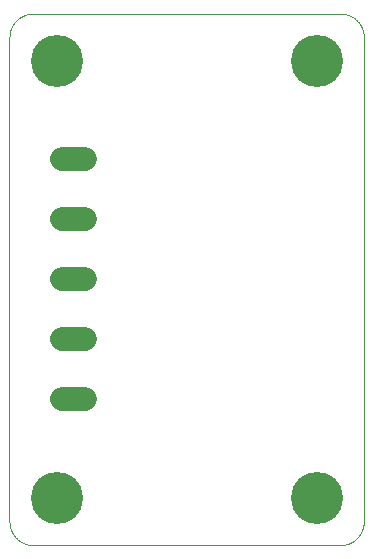
<source format=gbs>
G75*
%MOIN*%
%OFA0B0*%
%FSLAX25Y25*%
%IPPOS*%
%LPD*%
%AMOC8*
5,1,8,0,0,1.08239X$1,22.5*
%
%ADD10C,0.00394*%
%ADD11C,0.08077*%
%ADD12C,0.17392*%
D10*
X0033230Y0040429D02*
X0033230Y0201846D01*
X0033232Y0202036D01*
X0033239Y0202226D01*
X0033251Y0202416D01*
X0033267Y0202606D01*
X0033287Y0202795D01*
X0033313Y0202984D01*
X0033342Y0203172D01*
X0033377Y0203359D01*
X0033416Y0203545D01*
X0033459Y0203730D01*
X0033507Y0203915D01*
X0033559Y0204098D01*
X0033615Y0204279D01*
X0033676Y0204459D01*
X0033742Y0204638D01*
X0033811Y0204815D01*
X0033885Y0204991D01*
X0033963Y0205164D01*
X0034046Y0205336D01*
X0034132Y0205505D01*
X0034222Y0205673D01*
X0034317Y0205838D01*
X0034415Y0206001D01*
X0034518Y0206161D01*
X0034624Y0206319D01*
X0034734Y0206474D01*
X0034847Y0206627D01*
X0034965Y0206777D01*
X0035086Y0206923D01*
X0035210Y0207067D01*
X0035338Y0207208D01*
X0035469Y0207346D01*
X0035604Y0207481D01*
X0035742Y0207612D01*
X0035883Y0207740D01*
X0036027Y0207864D01*
X0036173Y0207985D01*
X0036323Y0208103D01*
X0036476Y0208216D01*
X0036631Y0208326D01*
X0036789Y0208432D01*
X0036949Y0208535D01*
X0037112Y0208633D01*
X0037277Y0208728D01*
X0037445Y0208818D01*
X0037614Y0208904D01*
X0037786Y0208987D01*
X0037959Y0209065D01*
X0038135Y0209139D01*
X0038312Y0209208D01*
X0038491Y0209274D01*
X0038671Y0209335D01*
X0038852Y0209391D01*
X0039035Y0209443D01*
X0039220Y0209491D01*
X0039405Y0209534D01*
X0039591Y0209573D01*
X0039778Y0209608D01*
X0039966Y0209637D01*
X0040155Y0209663D01*
X0040344Y0209683D01*
X0040534Y0209699D01*
X0040724Y0209711D01*
X0040914Y0209718D01*
X0041104Y0209720D01*
X0143466Y0209720D01*
X0143656Y0209718D01*
X0143846Y0209711D01*
X0144036Y0209699D01*
X0144226Y0209683D01*
X0144415Y0209663D01*
X0144604Y0209637D01*
X0144792Y0209608D01*
X0144979Y0209573D01*
X0145165Y0209534D01*
X0145350Y0209491D01*
X0145535Y0209443D01*
X0145718Y0209391D01*
X0145899Y0209335D01*
X0146079Y0209274D01*
X0146258Y0209208D01*
X0146435Y0209139D01*
X0146611Y0209065D01*
X0146784Y0208987D01*
X0146956Y0208904D01*
X0147125Y0208818D01*
X0147293Y0208728D01*
X0147458Y0208633D01*
X0147621Y0208535D01*
X0147781Y0208432D01*
X0147939Y0208326D01*
X0148094Y0208216D01*
X0148247Y0208103D01*
X0148397Y0207985D01*
X0148543Y0207864D01*
X0148687Y0207740D01*
X0148828Y0207612D01*
X0148966Y0207481D01*
X0149101Y0207346D01*
X0149232Y0207208D01*
X0149360Y0207067D01*
X0149484Y0206923D01*
X0149605Y0206777D01*
X0149723Y0206627D01*
X0149836Y0206474D01*
X0149946Y0206319D01*
X0150052Y0206161D01*
X0150155Y0206001D01*
X0150253Y0205838D01*
X0150348Y0205673D01*
X0150438Y0205505D01*
X0150524Y0205336D01*
X0150607Y0205164D01*
X0150685Y0204991D01*
X0150759Y0204815D01*
X0150828Y0204638D01*
X0150894Y0204459D01*
X0150955Y0204279D01*
X0151011Y0204098D01*
X0151063Y0203915D01*
X0151111Y0203730D01*
X0151154Y0203545D01*
X0151193Y0203359D01*
X0151228Y0203172D01*
X0151257Y0202984D01*
X0151283Y0202795D01*
X0151303Y0202606D01*
X0151319Y0202416D01*
X0151331Y0202226D01*
X0151338Y0202036D01*
X0151340Y0201846D01*
X0151340Y0040429D01*
X0151338Y0040239D01*
X0151331Y0040049D01*
X0151319Y0039859D01*
X0151303Y0039669D01*
X0151283Y0039480D01*
X0151257Y0039291D01*
X0151228Y0039103D01*
X0151193Y0038916D01*
X0151154Y0038730D01*
X0151111Y0038545D01*
X0151063Y0038360D01*
X0151011Y0038177D01*
X0150955Y0037996D01*
X0150894Y0037816D01*
X0150828Y0037637D01*
X0150759Y0037460D01*
X0150685Y0037284D01*
X0150607Y0037111D01*
X0150524Y0036939D01*
X0150438Y0036770D01*
X0150348Y0036602D01*
X0150253Y0036437D01*
X0150155Y0036274D01*
X0150052Y0036114D01*
X0149946Y0035956D01*
X0149836Y0035801D01*
X0149723Y0035648D01*
X0149605Y0035498D01*
X0149484Y0035352D01*
X0149360Y0035208D01*
X0149232Y0035067D01*
X0149101Y0034929D01*
X0148966Y0034794D01*
X0148828Y0034663D01*
X0148687Y0034535D01*
X0148543Y0034411D01*
X0148397Y0034290D01*
X0148247Y0034172D01*
X0148094Y0034059D01*
X0147939Y0033949D01*
X0147781Y0033843D01*
X0147621Y0033740D01*
X0147458Y0033642D01*
X0147293Y0033547D01*
X0147125Y0033457D01*
X0146956Y0033371D01*
X0146784Y0033288D01*
X0146611Y0033210D01*
X0146435Y0033136D01*
X0146258Y0033067D01*
X0146079Y0033001D01*
X0145899Y0032940D01*
X0145718Y0032884D01*
X0145535Y0032832D01*
X0145350Y0032784D01*
X0145165Y0032741D01*
X0144979Y0032702D01*
X0144792Y0032667D01*
X0144604Y0032638D01*
X0144415Y0032612D01*
X0144226Y0032592D01*
X0144036Y0032576D01*
X0143846Y0032564D01*
X0143656Y0032557D01*
X0143466Y0032555D01*
X0041104Y0032555D01*
X0040914Y0032557D01*
X0040724Y0032564D01*
X0040534Y0032576D01*
X0040344Y0032592D01*
X0040155Y0032612D01*
X0039966Y0032638D01*
X0039778Y0032667D01*
X0039591Y0032702D01*
X0039405Y0032741D01*
X0039220Y0032784D01*
X0039035Y0032832D01*
X0038852Y0032884D01*
X0038671Y0032940D01*
X0038491Y0033001D01*
X0038312Y0033067D01*
X0038135Y0033136D01*
X0037959Y0033210D01*
X0037786Y0033288D01*
X0037614Y0033371D01*
X0037445Y0033457D01*
X0037277Y0033547D01*
X0037112Y0033642D01*
X0036949Y0033740D01*
X0036789Y0033843D01*
X0036631Y0033949D01*
X0036476Y0034059D01*
X0036323Y0034172D01*
X0036173Y0034290D01*
X0036027Y0034411D01*
X0035883Y0034535D01*
X0035742Y0034663D01*
X0035604Y0034794D01*
X0035469Y0034929D01*
X0035338Y0035067D01*
X0035210Y0035208D01*
X0035086Y0035352D01*
X0034965Y0035498D01*
X0034847Y0035648D01*
X0034734Y0035801D01*
X0034624Y0035956D01*
X0034518Y0036114D01*
X0034415Y0036274D01*
X0034317Y0036437D01*
X0034222Y0036602D01*
X0034132Y0036770D01*
X0034046Y0036939D01*
X0033963Y0037111D01*
X0033885Y0037284D01*
X0033811Y0037460D01*
X0033742Y0037637D01*
X0033676Y0037816D01*
X0033615Y0037996D01*
X0033559Y0038177D01*
X0033507Y0038360D01*
X0033459Y0038545D01*
X0033416Y0038730D01*
X0033377Y0038916D01*
X0033342Y0039103D01*
X0033313Y0039291D01*
X0033287Y0039480D01*
X0033267Y0039669D01*
X0033251Y0039859D01*
X0033239Y0040049D01*
X0033232Y0040239D01*
X0033230Y0040429D01*
D11*
X0050642Y0081305D02*
X0058319Y0081305D01*
X0058319Y0101305D02*
X0050642Y0101305D01*
X0050642Y0121305D02*
X0058319Y0121305D01*
X0058319Y0141305D02*
X0050642Y0141305D01*
X0050642Y0161305D02*
X0058319Y0161305D01*
D12*
X0048978Y0193972D03*
X0135592Y0193972D03*
X0135592Y0048303D03*
X0048978Y0048303D03*
M02*

</source>
